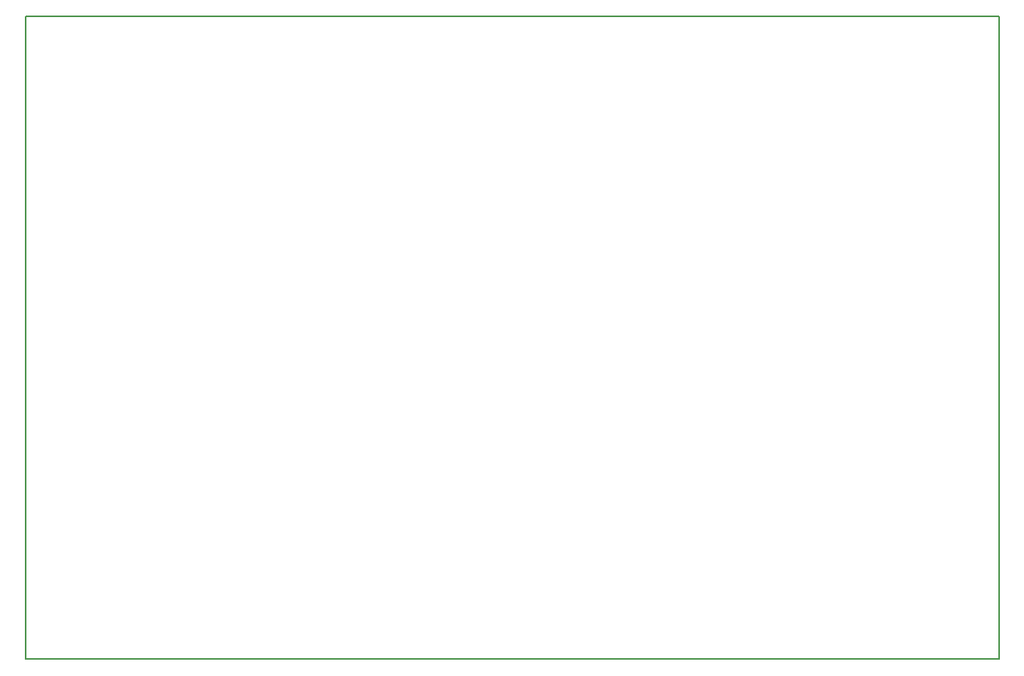
<source format=gbr>
G04 PROTEUS RS274X GERBER FILE*
%FSLAX45Y45*%
%MOMM*%
G01*
%ADD71C,0.203200*%
D71*
X-5200000Y-3100000D02*
X+5400000Y-3100000D01*
X+5400000Y+3900000D01*
X-5200000Y+3900000D01*
X-5200000Y-3100000D01*
M02*

</source>
